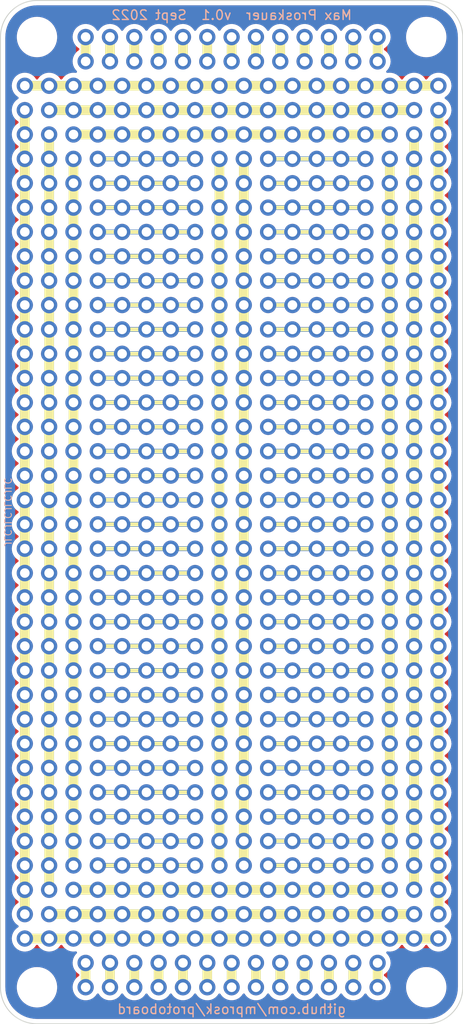
<source format=kicad_pcb>
(kicad_pcb (version 20211014) (generator pcbnew)
  (title_block (title "Protoboard") (date "2022-09-13") (rev "0.1") (company "Max Proskauer"))
  (layers (0 "F.Cu" signal) (31 "B.Cu" signal) (34 "B.Paste" user) (35 "F.Paste" user) (36 "B.SilkS" user "B.Silkscreen") (37 "F.SilkS" user "F.Silkscreen") (38 "B.Mask" user) (39 "F.Mask" user) (44 "Edge.Cuts" user))
  (net 0 "")
  (net 1 "Net-(J1-Pad1)")
  (net 2 "Net-(J2-Pad1)")
  (net 3 "Net-(J3-Pad1)")
  (net 4 "Net-(J4-Pad1)")
  (net 5 "Net-(J5-Pad1)")
  (net 6 "Net-(J6-Pad1)")
  (net 7 "Net-(J7-Pad1)")
  (net 8 "Net-(J8-Pad1)")
  (net 9 "Net-(J9-Pad1)")
  (net 10 "Net-(J10-Pad1)")
  (net 11 "Net-(J11-Pad1)")
  (net 12 "Net-(J12-Pad1)")
  (net 13 "Net-(J13-Pad1)")
  (net 14 "Net-(J14-Pad1)")
  (net 15 "Net-(J15-Pad1)")
  (net 16 "Net-(J16-Pad1)")
  (net 17 "Net-(J17-Pad1)")
  (net 18 "Net-(J18-Pad1)")
  (net 19 "Net-(J19-Pad1)")
  (net 20 "Net-(J20-Pad1)")
  (net 21 "Net-(J21-Pad1)")
  (net 22 "Net-(J22-Pad1)")
  (net 23 "Net-(J23-Pad1)")
  (net 24 "Net-(J24-Pad1)")
  (net 25 "Net-(J25-Pad1)")
  (net 26 "Net-(J26-Pad1)")
  (net 27 "Net-(J27-Pad1)")
  (net 28 "Net-(J28-Pad1)")
  (net 29 "Net-(J29-Pad1)")
  (net 30 "Net-(J30-Pad1)")
  (net 31 "Net-(J31-Pad1)")
  (net 32 "Net-(J32-Pad1)")
  (net 33 "Net-(J33-Pad1)")
  (net 34 "Net-(J34-Pad1)")
  (net 35 "Net-(J35-Pad1)")
  (net 36 "Net-(J36-Pad1)")
  (net 37 "Net-(J37-Pad1)")
  (net 38 "Net-(J38-Pad1)")
  (net 39 "Net-(J39-Pad1)")
  (net 40 "Net-(J40-Pad1)")
  (net 41 "Net-(J41-Pad1)")
  (net 42 "Net-(J42-Pad1)")
  (net 43 "Net-(J43-Pad1)")
  (net 44 "Net-(J44-Pad1)")
  (net 45 "Net-(J45-Pad1)")
  (net 46 "Net-(J46-Pad1)")
  (net 47 "Net-(J47-Pad1)")
  (net 48 "Net-(J48-Pad1)")
  (net 49 "Net-(J49-Pad1)")
  (net 50 "Net-(J50-Pad1)")
  (net 51 "Net-(J51-Pad1)")
  (net 52 "Net-(J52-Pad1)")
  (net 53 "Net-(J53-Pad1)")
  (net 54 "Net-(J54-Pad1)")
  (net 55 "Net-(J55-Pad1)")
  (net 56 "Net-(J56-Pad1)")
  (net 57 "Net-(J57-Pad1)")
  (net 58 "Net-(J58-Pad1)")
  (net 59 "Net-(J59-Pad1)")
  (net 60 "Net-(J60-Pad1)")
  (net 61 "Net-(J61-Pad1)")
  (net 62 "Net-(J62-Pad1)")
  (net 63 "Net-(J63-Pad1)")
  (net 64 "Net-(J64-Pad1)")
  (net 65 "Net-(J65-Pad1)")
  (net 66 "Net-(J66-Pad1)")
  (net 67 "Net-(J67-Pad1)")
  (net 68 "Net-(J68-Pad1)")
  (net 69 "Net-(J69-Pad1)")
  (net 70 "Net-(J70-Pad1)")
  (net 71 "Net-(J71-Pad1)")
  (net 72 "Net-(J72-Pad1)")
  (net 73 "Net-(J73-Pad1)")
  (net 74 "Net-(J74-Pad1)")
  (net 75 "Net-(J75-Pad1)")
  (net 76 "Net-(J75-Pad3)")
  (net 77 "Net-(J75-Pad5)")
  (net 78 "Net-(J75-Pad7)")
  (net 79 "Net-(J75-Pad11)")
  (net 80 "Net-(J75-Pad13)")
  (net 81 "Net-(J75-Pad15)")
  (net 82 "Net-(J75-Pad17)")
  (net 83 "Net-(J75-Pad19)")
  (net 84 "Net-(J75-Pad21)")
  (net 85 "Net-(J75-Pad23)")
  (net 86 "Net-(J76-Pad1)")
  (net 87 "Net-(J76-Pad3)")
  (net 88 "Net-(J76-Pad5)")
  (net 89 "Net-(J76-Pad7)")
  (net 90 "Net-(J76-Pad10)")
  (net 91 "Net-(J76-Pad11)")
  (net 92 "Net-(J76-Pad13)")
  (net 93 "Net-(J76-Pad15)")
  (net 94 "Net-(J76-Pad17)")
  (net 95 "Net-(J76-Pad19)")
  (net 96 "Net-(J76-Pad21)")
  (net 97 "Net-(J76-Pad23)")
  (net 98 "Net-(J75-Pad9)")
  (net 99 "Net-(J75-Pad25)")
  (net 100 "Net-(J76-Pad25)")
  (footprint "protoboard:Bus" (layer "F.Cu") (at 116.84 111.76 90)
    (fp_text reference "J42" hide)
    (fp_text value "Bus" hide)
  )
  (footprint "protoboard:Bus" (layer "F.Cu") (at 116.84 114.3 90)
    (fp_text reference "J5" hide)
    (fp_text value "Bus" hide)
  )
  (footprint "protoboard:Bus" (layer "F.Cu") (at 134.62 142.24 90)
    (fp_text reference "J27" hide)
    (fp_text value "Bus" hide)
  )
  (footprint "protoboard:Bus" (layer "F.Cu") (at 134.62 124.46 90)
    (fp_text reference "J9" hide)
    (fp_text value "Bus" hide)
  )
  (footprint "protoboard:Bus" (layer "F.Cu") (at 134.62 121.92 90)
    (fp_text reference "J60" hide)
    (fp_text value "Bus" hide)
  )
  (footprint "MountingHole:MountingHole_3.2mm_M3" (layer "F.Cu") (at 151.13 154.94)
    (fp_text reference "H4" hide)
    (fp_text value "MountingHole" hide)
  )
  (footprint "protoboard:Bus" (layer "F.Cu") (at 134.62 78.74 90)
    (fp_text reference "J47" hide)
    (fp_text value "Bus" hide)
  )
  (footprint "protoboard:Bus" (layer "F.Cu") (at 134.62 104.14 90)
    (fp_text reference "J34" hide)
    (fp_text value "Bus" hide)
  )
  (footprint "protoboard:Bus" (layer "F.Cu") (at 116.84 101.6 90)
    (fp_text reference "J23" hide)
    (fp_text value "Bus" hide)
  )
  (footprint "protoboard:Bus" (layer "F.Cu") (at 116.84 132.08 90)
    (fp_text reference "J53" hide)
    (fp_text value "Bus" hide)
  )
  (footprint "protoboard:Rail_34" (layer "F.Cu") (at 109.22 63.5)
    (fp_text reference "J68" hide)
    (fp_text value "Rail 34" hide)
  )
  (footprint "protoboard:Bus" (layer "F.Cu") (at 116.84 73.66 90)
    (fp_text reference "J8" hide)
    (fp_text value "Bus" hide)
  )
  (footprint "protoboard:Bus" (layer "F.Cu") (at 134.62 99.06 90)
    (fp_text reference "J20" hide)
    (fp_text value "Bus" hide)
  )
  (footprint "protoboard:Rail_30" (layer "F.Cu") (at 147.32 68.58)
    (fp_text reference "J62" hide)
    (fp_text value "Rail 30" hide)
  )
  (footprint "protoboard:Bus" (layer "F.Cu") (at 116.84 119.38 90)
    (fp_text reference "J49" hide)
    (fp_text value "Bus" hide)
  )
  (footprint "protoboard:Bus" (layer "F.Cu") (at 116.84 91.44 90)
    (fp_text reference "J48" hide)
    (fp_text value "Bus" hide)
  )
  (footprint "protoboard:Rail_30" (layer "F.Cu") (at 132.08 68.58)
    (fp_text reference "J64" hide)
    (fp_text value "Rail 30" hide)
  )
  (footprint "protoboard:Bus" (layer "F.Cu") (at 116.84 104.14 90)
    (fp_text reference "J29" hide)
    (fp_text value "Bus" hide)
  )
  (footprint "protoboard:Bus" (layer "F.Cu") (at 116.84 96.52 90)
    (fp_text reference "J6" hide)
    (fp_text value "Bus" hide)
  )
  (footprint "protoboard:Bus" (layer "F.Cu") (at 116.84 109.22 90)
    (fp_text reference "J2" hide)
    (fp_text value "Bus" hide)
  )
  (footprint "protoboard:Bus" (layer "F.Cu") (at 134.62 91.44 90)
    (fp_text reference "J59" hide)
    (fp_text value "Bus" hide)
  )
  (footprint "protoboard:Bus" (layer "F.Cu") (at 134.62 83.82 90)
    (fp_text reference "J25" hide)
    (fp_text value "Bus" hide)
  )
  (footprint "protoboard:Bus" (layer "F.Cu") (at 134.62 129.54 90)
    (fp_text reference "J57" hide)
    (fp_text value "Bus" hide)
  )
  (footprint "protoboard:Rail_16" (layer "F.Cu") (at 111.76 147.32 90)
    (fp_text reference "J72" hide)
    (fp_text value "Rail 16" hide)
  )
  (footprint "protoboard:Bus" (layer "F.Cu") (at 116.84 78.74 90)
    (fp_text reference "J50" hide)
    (fp_text value "Bus" hide)
  )
  (footprint "protoboard:Bus" (layer "F.Cu") (at 134.62 111.76 90)
    (fp_text reference "J16" hide)
    (fp_text value "Bus" hide)
  )
  (footprint "protoboard:Rail_18" (layer "F.Cu") (at 109.22 60.96 90)
    (fp_text reference "J69" hide)
    (fp_text value "Rail 18" hide)
  )
  (footprint "protoboard:Rail_34" (layer "F.Cu") (at 152.4 63.5)
    (fp_text reference "J67" hide)
    (fp_text value "Rail 34" hide)
  )
  (footprint "protoboard:Rail_16" (layer "F.Cu") (at 111.76 63.5 90)
    (fp_text reference "J71" hide)
    (fp_text value "Rail 16" hide)
  )
  (footprint "protoboard:Bus" (layer "F.Cu") (at 134.62 101.6 90)
    (fp_text reference "J10" hide)
    (fp_text value "Bus" hide)
  )
  (footprint "protoboard:Bus" (layer "F.Cu") (at 116.84 93.98 90)
    (fp_text reference "J17" hide)
    (fp_text value "Bus" hide)
  )
  (footprint "MountingHole:MountingHole_3.2mm_M3" (layer "F.Cu") (at 151.13 55.88)
    (fp_text reference "H3" hide)
    (fp_text value "MountingHole" hide)
  )
  (footprint "protoboard:Bus" (layer "F.Cu") (at 134.62 137.16 90)
    (fp_text reference "J56" hide)
    (fp_text value "Bus" hide)
  )
  (footprint "MountingHole:MountingHole_3.2mm_M3" (layer "F.Cu") (at 110.49 55.88)
    (fp_text reference "H2" hide)
    (fp_text value "MountingHole" hide)
  )
  (footprint "protoboard:Bus" (layer "F.Cu") (at 116.84 142.24 90)
    (fp_text reference "J41" hide)
    (fp_text value "Bus" hide)
  )
  (footprint "protoboard:Bus" (layer "F.Cu") (at 134.62 119.38 90)
    (fp_text reference "J43" hide)
    (fp_text value "Bus" hide)
  )
  (footprint "protoboard:Bus" (layer "F.Cu") (at 116.84 106.68 90)
    (fp_text reference "J21" hide)
    (fp_text value "Bus" hide)
  )
  (footprint "protoboard:Header" (layer "F.Cu") (at 115.57 152.4)
    (fp_text reference "J75" hide)
    (fp_text value "Header" hide)
  )
  (footprint "protoboard:Bus" (layer "F.Cu") (at 116.84 81.28 90)
    (fp_text reference "J39" hide)
    (fp_text value "Bus" hide)
  )
  (footprint "protoboard:Bus" (layer "F.Cu") (at 116.84 139.7 90)
    (fp_text reference "J44" hide)
    (fp_text value "Bus" hide)
  )
  (footprint "protoboard:Bus" (layer "F.Cu") (at 116.84 134.62 90)
    (fp_text reference "J19" hide)
    (fp_text value "Bus" hide)
  )
  (footprint "protoboard:Bus" (layer "F.Cu") (at 134.62 88.9 90)
    (fp_text reference "J40" hide)
    (fp_text value "Bus" hide)
  )
  (footprint "protoboard:Bus" (layer "F.Cu") (at 116.84 116.84 90)
    (fp_text reference "J1" hide)
    (fp_text value "Bus" hide)
  )
  (footprint "protoboard:Rail_18" (layer "F.Cu") (at 109.22 149.86 90)
    (fp_text reference "J70" hide)
    (fp_text value "Rail 18" hide)
  )
  (footprint "MountingHole:MountingHole_3.2mm_M3" (layer "F.Cu") (at 110.49 154.94)
    (fp_text reference "H1" hide)
    (fp_text value "MountingHole" hide)
  )
  (footprint "protoboard:Bus" (layer "F.Cu") (at 116.84 137.16 90)
    (fp_text reference "J28" hide)
    (fp_text value "Bus" hide)
  )
  (footprint "protoboard:Bus" (layer "F.Cu") (at 116.84 86.36 90)
    (fp_text reference "J46" hide)
    (fp_text value "Bus" hide)
  )
  (footprint "protoboard:Rail_30" (layer "F.Cu") (at 114.3 68.58)
    (fp_text reference "J61" hide)
    (fp_text value "Rail 30" hide)
  )
  (footprint "protoboard:Bus" (layer "F.Cu") (at 134.62 93.98 90)
    (fp_text reference "J3" hide)
    (fp_text value "Bus" hide)
  )
  (footprint "protoboard:Bus" (layer "F.Cu") (at 116.84 71.12 90)
    (fp_text reference "J36" hide)
    (fp_text value "Bus" hide)
  )
  (footprint "protoboard:Bus" (layer "F.Cu") (at 116.84 88.9 90)
    (fp_text reference "J58" hide)
    (fp_text value "Bus" hide)
  )
  (footprint "protoboard:Bus" (layer "F.Cu") (at 134.62 76.2 90)
    (fp_text reference "J30" hide)
    (fp_text value "Bus" hide)
  )
  (footprint "protoboard:Rail_14" (layer "F.Cu") (at 114.3 66.04 90)
    (fp_text reference "J73" hide)
    (fp_text value "Rail 14" hide)
  )
  (footprint "protoboard:Bus" (layer "F.Cu") (at 116.84 68.58 90)
    (fp_text reference "J55" hide)
    (fp_text value "Bus" hide)
  )
  (footprint "protoboard:Bus" (layer "F.Cu") (at 116.84 121.92 90)
    (fp_text reference "J38" hide)
    (fp_text value "Bus" hide)
  )
  (footprint "protoboard:Bus" (layer "F.Cu") (at 134.62 73.66 90)
    (fp_text reference "J33" hide)
    (fp_text value "Bus" hide)
  )
  (footprint "protoboard:Bus" (layer "F.Cu") (at 134.62 86.36 90)
    (fp_text reference "J35" hide)
    (fp_text value "Bus" hide)
  )
  (footprint "protoboard:Bus" (layer "F.Cu") (at 134.62 127 90)
    (fp_text reference "J12" hide)
    (fp_text value "Bus" hide)
  )
  (footprint "protoboard:Bus" (layer "F.Cu") (at 116.84 129.54 90)
    (fp_text reference "J13" hide)
    (fp_text value "Bus" hide)
  )
  (footprint "protoboard:Bus" (layer "F.Cu") (at 116.84 76.2 90)
    (fp_text reference "J18" hide)
    (fp_text value "Bus" hide)
  )
  (footprint "protoboard:Bus" (layer "F.Cu") (at 134.62 116.84 90)
    (fp_text reference "J7" hide)
    (fp_text value "Bus" hide)
  )
  (footprint "protoboard:Bus" (layer "F.Cu") (at 134.62 114.3 90)
    (fp_text reference "J31" hide)
    (fp_text value "Bus" hide)
  )
  (footprint "protoboard:Bus" (layer "F.Cu") (at 134.62 68.58 90)
    (fp_text reference "J51" hide)
    (fp_text value "Bus" hide)
  )
  (footprint "protoboard:Bus" (layer "F.Cu") (at 134.62 109.22 90)
    (fp_text reference "J52" hide)
    (fp_text value "Bus" hide)
  )
  (footprint "protoboard:Bus" (layer "F.Cu") (at 116.84 124.46 90)
    (fp_text reference "J24" hide)
    (fp_text value "Bus" hide)
  )
  (footprint "protoboard:Bus" (layer "F.Cu") (at 134.62 81.28 90)
    (fp_text reference "J37" hide)
    (fp_text value "Bus" hide)
  )
  (footprint "protoboard:Rail_32" (layer "F.Cu") (at 111.76 66.04)
    (fp_text reference "J66" hide)
    (fp_text value "Rail 32" hide)
  )
  (footprint "protoboard:Rail_30" (layer "F.Cu") (at 129.54 68.58)
    (fp_text reference "J63" hide)
    (fp_text value "Rail 30" hide)
  )
  (footprint "protoboard:Bus" (layer "F.Cu") (at 134.62 134.62 90)
    (fp_text reference "J11" hide)
    (fp_text value "Bus" hide)
  )
  (footprint "protoboard:Bus" (layer "F.Cu") (at 116.84 99.06 90)
    (fp_text reference "J4" hide)
    (fp_text value "Bus" hide)
  )
  (footprint "protoboard:Rail_32" (layer "F.Cu") (at 149.86 66.04)
    (fp_text reference "J65" hide)
    (fp_text value "Rail 32" hide)
  )
  (footprint "protoboard:Bus" (layer "F.Cu") (at 134.62 132.08 90)
    (fp_text reference "J14" hide)
    (fp_text value "Bus" hide)
  )
  (footprint "protoboard:Bus" (layer "F.Cu") (at 134.62 139.7 90)
    (fp_text reference "J15" hide)
    (fp_text value "Bus" hide)
  )
  (footprint "protoboard:Bus" (layer "F.Cu") (at 134.62 96.52 90)
    (fp_text reference "J54" hide)
    (fp_text value "Bus" hide)
  )
  (footprint "protoboard:Header" (layer "F.Cu") (at 115.57 55.88)
    (fp_text reference "J76" hide)
    (fp_text value "Header" hide)
  )
  (footprint "protoboard:Bus" (layer "F.Cu") (at 116.84 83.82 90)
    (fp_text reference "J22" hide)
    (fp_text value "Bus" hide)
  )
  (footprint "protoboard:Bus" (layer "F.Cu") (at 134.62 106.68 90)
    (fp_text reference "J32" hide)
    (fp_text value "Bus" hide)
  )
  (footprint "protoboard:Bus" (layer "F.Cu") (at 134.62 71.12 90)
    (fp_text reference "J26" hide)
    (fp_text value "Bus" hide)
  )
  (footprint "protoboard:Rail_14" (layer "F.Cu") (at 114.3 144.78 90)
    (fp_text reference "J74" hide)
    (fp_text value "Rail 14" hide)
  )
  (footprint "protoboard:Bus" (layer "F.Cu") (at 116.84 127 90)
    (fp_text reference "J45" hide)
    (fp_text value "Bus" hide)
  )
  (gr_line (start 151.13 158.75) (end 110.49 158.75) (layer "Edge.Cuts") (width 0.1))
  (gr_line (start 110.49 52.07) (end 151.13 52.07) (layer "Edge.Cuts") (width 0.1))
  (gr_line (start 106.68 154.94) (end 106.68 55.88) (layer "Edge.Cuts") (width 0.1))
  (gr_line (start 154.94 55.88) (end 154.94 154.94) (layer "Edge.Cuts") (width 0.1))
  (gr_arc (start 106.68 55.88) (mid 107.795923 53.185923) (end 110.49 52.07) (layer "Edge.Cuts") (width 0.1))
  (gr_arc (start 154.94 154.94) (mid 153.824077 157.634077) (end 151.13 158.75) (layer "Edge.Cuts") (width 0.1))
  (gr_arc (start 110.49 158.75) (mid 107.795923 157.634077) (end 106.68 154.94) (layer "Edge.Cuts") (width 0.1))
  (gr_arc (start 151.13 52.07) (mid 153.824077 53.185923) (end 154.94 55.88) (layer "Edge.Cuts") (width 0.1))
  (gr_text "github.com/mprosk/protoboard" (at 130.81 157.226) (layer "B.SilkS") (effects (font (size 1 1)) (justify mirror)))
  (gr_text "Max Proskauer  v0.1  Sept 2022" (at 130.81 53.594) (layer "B.SilkS") (effects (font (size 1 1)) (justify mirror)))
  (gr_text "JLCJLCJLCJLC" (at 107.442 105.41 270) (layer "B.SilkS") (effects (font (size 0.7 0.7) (thickness 0.1)) (justify mirror)))
  (segment (start 127 116.84) (end 116.84 116.84) (width 0.5) (layer "B.Cu") (net 1))
  (segment (start 116.84 109.22) (end 127 109.22) (width 0.5) (layer "B.Cu") (net 2))
  (segment (start 134.62 93.98) (end 144.78 93.98) (width 0.5) (layer "B.Cu") (net 3))
  (segment (start 116.84 99.06) (end 127 99.06) (width 0.5) (layer "B.Cu") (net 4))
  (segment (start 116.84 114.3) (end 127 114.3) (width 0.5) (layer "B.Cu") (net 5))
  (segment (start 116.84 96.52) (end 127 96.52) (width 0.5) (layer "B.Cu") (net 6))
  (segment (start 144.78 116.84) (end 134.62 116.84) (width 0.5) (layer "B.Cu") (net 7))
  (segment (start 116.84 73.66) (end 127 73.66) (width 0.5) (layer "B.Cu") (net 8))
  (segment (start 134.62 124.46) (end 144.78 124.46) (width 0.5) (layer "B.Cu") (net 9))
  (segment (start 144.78 101.6) (end 134.62 101.6) (width 0.5) (layer "B.Cu") (net 10))
  (segment (start 134.62 134.62) (end 144.78 134.62) (width 0.5) (layer "B.Cu") (net 11))
  (segment (start 144.78 127) (end 134.62 127) (width 0.5) (layer "B.Cu") (net 12))
  (segment (start 116.84 129.54) (end 127 129.54) (width 0.5) (layer "B.Cu") (net 13))
  (segment (start 144.78 132.08) (end 134.62 132.08) (width 0.5) (layer "B.Cu") (net 14))
  (segment (start 134.62 139.7) (end 144.78 139.7) (width 0.5) (layer "B.Cu") (net 15))
  (segment (start 144.78 111.76) (end 134.62 111.76) (width 0.5) (layer "B.Cu") (net 16))
  (segment (start 127 93.98) (end 116.84 93.98) (width 0.5) (layer "B.Cu") (net 17))
  (segment (start 127 76.2) (end 116.84 76.2) (width 0.5) (layer "B.Cu") (net 18))
  (segment (start 116.84 134.62) (end 127 134.62) (width 0.5) (layer "B.Cu") (net 19))
  (segment (start 134.62 99.06) (end 144.78 99.06) (width 0.5) (layer "B.Cu") (net 20))
  (segment (start 127 106.68) (end 116.84 106.68) (width 0.5) (layer "B.Cu") (net 21))
  (segment (start 116.84 83.82) (end 127 83.82) (width 0.5) (layer "B.Cu") (net 22))
  (segment (start 127 101.6) (end 116.84 101.6) (width 0.5) (layer "B.Cu") (net 23))
  (segment (start 116.84 124.46) (end 127 124.46) (width 0.5) (layer "B.Cu") (net 24))
  (segment (start 134.62 83.82) (end 144.78 83.82) (width 0.5) (layer "B.Cu") (net 25))
  (segment (start 144.78 71.12) (end 134.62 71.12) (width 0.5) (layer "B.Cu") (net 26))
  (segment (start 144.78 142.24) (end 134.62 142.24) (width 0.5) (layer "B.Cu") (net 27))
  (segment (start 127 137.16) (end 116.84 137.16) (width 0.5) (layer "B.Cu") (net 28))
  (segment (start 116.84 104.14) (end 127 104.14) (width 0.5) (layer "B.Cu") (net 29))
  (segment (start 144.78 76.2) (end 134.62 76.2) (width 0.5) (layer "B.Cu") (net 30))
  (segment (start 134.62 114.3) (end 144.78 114.3) (width 0.5) (layer "B.Cu") (net 31))
  (segment (start 144.78 106.68) (end 134.62 106.68) (width 0.5) (layer "B.Cu") (net 32))
  (segment (start 134.62 73.66) (end 144.78 73.66) (width 0.5) (layer "B.Cu") (net 33))
  (segment (start 134.62 104.14) (end 144.78 104.14) (width 0.5) (layer "B.Cu") (net 34))
  (segment (start 144.78 86.36) (end 134.62 86.36) (width 0.5) (layer "B.Cu") (net 35))
  (segment (start 127 71.12) (end 116.84 71.12) (width 0.5) (layer "B.Cu") (net 36))
  (segment (start 144.78 81.28) (end 134.62 81.28) (width 0.5) (layer "B.Cu") (net 37))
  (segment (start 127 121.92) (end 116.84 121.92) (width 0.5) (layer "B.Cu") (net 38))
  (segment (start 127 81.28) (end 116.84 81.28) (width 0.5) (layer "B.Cu") (net 39))
  (segment (start 134.62 88.9) (end 144.78 88.9) (width 0.5) (layer "B.Cu") (net 40))
  (segment (start 127 142.24) (end 116.84 142.24) (width 0.5) (layer "B.Cu") (net 41))
  (segment (start 127 111.76) (end 116.84 111.76) (width 0.5) (layer "B.Cu") (net 42))
  (segment (start 134.62 119.38) (end 144.78 119.38) (width 0.5) (layer "B.Cu") (net 43))
  (segment (start 116.84 139.7) (end 127 139.7) (width 0.5) (layer "B.Cu") (net 44))
  (segment (start 127 127) (end 116.84 127) (width 0.5) (layer "B.Cu") (net 45))
  (segment (start 116.84 86.36) (end 127 86.36) (width 0.5) (layer "B.Cu") (net 46))
  (segment (start 134.62 78.74) (end 144.78 78.74) (width 0.5) (layer "B.Cu") (net 47))
  (segment (start 116.84 91.44) (end 127 91.44) (width 0.5) (layer "B.Cu") (net 48))
  (segment (start 116.84 119.38) (end 127 119.38) (width 0.5) (layer "B.Cu") (net 49))
  (segment (start 116.84 78.74) (end 127 78.74) (width 0.5) (layer "B.Cu") (net 50))
  (segment (start 134.62 68.58) (end 144.78 68.58) (width 0.5) (layer "B.Cu") (net 51))
  (segment (start 134.62 109.22) (end 144.78 109.22) (width 0.5) (layer "B.Cu") (net 52))
  (segment (start 127 132.08) (end 116.84 132.08) (width 0.5) (layer "B.Cu") (net 53))
  (segment (start 144.78 96.52) (end 134.62 96.52) (width 0.5) (layer "B.Cu") (net 54))
  (segment (start 116.84 68.58) (end 127 68.58) (width 0.5) (layer "B.Cu") (net 55))
  (segment (start 144.78 137.16) (end 134.62 137.16) (width 0.5) (layer "B.Cu") (net 56))
  (segment (start 134.62 129.54) (end 144.78 129.54) (width 0.5) (layer "B.Cu") (net 57))
  (segment (start 127 88.9) (end 116.84 88.9) (width 0.5) (layer "B.Cu") (net 58))
  (segment (start 144.78 91.44) (end 134.62 91.44) (width 0.5) (layer "B.Cu") (net 59))
  (segment (start 144.78 121.92) (end 134.62 121.92) (width 0.5) (layer "B.Cu") (net 60))
  (segment (start 114.3 142.24) (end 114.3 68.58) (width 1) (layer "B.Cu") (net 61))
  (segment (start 147.32 68.58) (end 147.32 142.24) (width 1) (layer "B.Cu") (net 62))
  (segment (start 129.54 68.58) (end 129.54 142.24) (width 1) (layer "B.Cu") (net 63))
  (segment (start 132.08 142.24) (end 132.08 68.58) (width 1) (layer "B.Cu") (net 64))
  (segment (start 149.86 144.78) (end 149.86 66.04) (width 1) (layer "B.Cu") (net 65))
  (segment (start 111.76 66.04) (end 111.76 144.78) (width 1) (layer "B.Cu") (net 66))
  (segment (start 152.4 63.5) (end 152.4 147.32) (width 1) (layer "B.Cu") (net 67))
  (segment (start 109.22 147.32) (end 109.22 63.5) (width 1) (layer "B.Cu") (net 68))
  (segment (start 109.22 60.96) (end 152.4 60.96) (width 1) (layer "B.Cu") (net 69))
  (segment (start 152.4 149.86) (end 109.22 149.86) (width 1) (layer "B.Cu") (net 70))
  (segment (start 149.86 63.5) (end 111.76 63.5) (width 1) (layer "B.Cu") (net 71))
  (segment (start 149.86 147.32) (end 111.76 147.32) (width 1) (layer "B.Cu") (net 72))
  (segment (start 114.3 66.04) (end 147.32 66.04) (width 1) (layer "B.Cu") (net 73))
  (segment (start 114.3 144.78) (end 147.32 144.78) (width 1) (layer "B.Cu") (net 74))
  (segment (start 115.57 152.4) (end 115.57 154.94) (width 1) (layer "B.Cu") (net 75))
  (segment (start 118.11 154.94) (end 118.11 152.4) (width 1) (layer "B.Cu") (net 76))
  (segment (start 120.65 152.4) (end 120.65 154.94) (width 1) (layer "B.Cu") (net 77))
  (segment (start 123.19 154.94) (end 123.19 152.4) (width 1) (layer "B.Cu") (net 78))
  (segment (start 128.27 154.94) (end 128.27 152.4) (width 1) (layer "B.Cu") (net 79))
  (segment (start 130.81 152.4) (end 130.81 154.94) (width 1) (layer "B.Cu") (net 80))
  (segment (start 133.35 154.94) (end 133.35 152.4) (width 1) (layer "B.Cu") (net 81))
  (segment (start 135.89 152.4) (end 135.89 154.94) (width 1) (layer "B.Cu") (net 82))
  (segment (start 138.43 154.94) (end 138.43 152.4) (width 1) (layer "B.Cu") (net 83))
  (segment (start 140.97 152.4) (end 140.97 154.94) (width 1) (layer "B.Cu") (net 84))
  (segment (start 143.51 154.94) (end 143.51 152.4) (width 1) (layer "B.Cu") (net 85))
  (segment (start 115.57 58.42) (end 115.57 55.88) (width 1) (layer "B.Cu") (net 86))
  (segment (start 118.11 55.88) (end 118.11 58.42) (width 1) (layer "B.Cu") (net 87))
  (segment (start 120.65 58.42) (end 120.65 55.88) (width 1) (layer "B.Cu") (net 88))
  (segment (start 123.19 55.88) (end 123.19 58.42) (width 1) (layer "B.Cu") (net 89))
  (segment (start 125.73 58.42) (end 125.73 55.88) (width 1) (layer "B.Cu") (net 90))
  (segment (start 128.27 55.88) (end 128.27 58.42) (width 1) (layer "B.Cu") (net 91))
  (segment (start 130.81 58.42) (end 130.81 55.88) (width 1) (layer "B.Cu") (net 92))
  (segment (start 133.35 55.88) (end 133.35 58.42) (width 1) (layer "B.Cu") (net 93))
  (segment (start 135.89 58.42) (end 135.89 55.88) (width 1) (layer "B.Cu") (net 94))
  (segment (start 138.43 55.88) (end 138.43 58.42) (width 1) (layer "B.Cu") (net 95))
  (segment (start 140.97 58.42) (end 140.97 55.88) (width 1) (layer "B.Cu") (net 96))
  (segment (start 143.51 55.88) (end 143.51 58.42) (width 1) (layer "B.Cu") (net 97))
  (segment (start 125.73 152.4) (end 125.73 154.94) (width 1) (layer "B.Cu") (net 98))
  (segment (start 146.05 152.4) (end 146.05 154.94) (width 1) (layer "B.Cu") (net 99))
  (segment (start 146.05 55.88) (end 146.05 58.42) (width 1) (layer "B.Cu") (net 100))
  (zone (net 0) (net_name "") (layers F&B.Cu) (connect_pads (clearance 0.508)) (min_thickness 0.254) (fill yes (thermal_gap 0.508) (thermal_bridge_width 0.508))
    (polygon (pts (xy 154.94 158.75) (xy 106.68 158.75) (xy 106.68 52.07) (xy 154.94 52.07)))
  )
  (zone (net 0) (net_name "") (layers F&B.Cu) (connect_pads (clearance 0)) (min_thickness 0.254)
    (keepout (tracks allowed) (vias allowed) (pads allowed) (copperpour not_allowed) (footprints allowed))
    (fill (thermal_gap 0.508) (thermal_bridge_width 0.508))
    (polygon (pts (xy 146.05 58.42) (xy 147.32 60.96) (xy 152.4 60.96) (xy 152.4 149.86) (xy 147.32 149.86) (xy 146.05 152.4) (xy 146.05 154.94) (xy 115.57 154.94) (xy 115.57 152.4) (xy 114.3 149.86) (xy 109.22 149.86) (xy 109.22 60.96) (xy 114.3 60.96) (xy 115.57 58.42) (xy 115.57 55.88) (xy 146.05 55.88)))
  )
)
</source>
